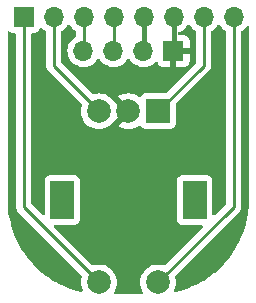
<source format=gtl>
G04 #@! TF.GenerationSoftware,KiCad,Pcbnew,(6.0.1-0)*
G04 #@! TF.CreationDate,2022-03-18T18:39:42-07:00*
G04 #@! TF.ProjectId,daughterboard,64617567-6874-4657-9262-6f6172642e6b,rev?*
G04 #@! TF.SameCoordinates,Original*
G04 #@! TF.FileFunction,Copper,L1,Top*
G04 #@! TF.FilePolarity,Positive*
%FSLAX46Y46*%
G04 Gerber Fmt 4.6, Leading zero omitted, Abs format (unit mm)*
G04 Created by KiCad (PCBNEW (6.0.1-0)) date 2022-03-18 18:39:42*
%MOMM*%
%LPD*%
G01*
G04 APERTURE LIST*
G04 #@! TA.AperFunction,ComponentPad*
%ADD10R,1.700000X1.700000*%
G04 #@! TD*
G04 #@! TA.AperFunction,ComponentPad*
%ADD11O,1.700000X1.700000*%
G04 #@! TD*
G04 #@! TA.AperFunction,ComponentPad*
%ADD12R,2.000000X2.000000*%
G04 #@! TD*
G04 #@! TA.AperFunction,ComponentPad*
%ADD13C,2.000000*%
G04 #@! TD*
G04 #@! TA.AperFunction,ComponentPad*
%ADD14R,2.000000X3.200000*%
G04 #@! TD*
G04 #@! TA.AperFunction,ViaPad*
%ADD15C,0.800000*%
G04 #@! TD*
G04 #@! TA.AperFunction,Conductor*
%ADD16C,0.250000*%
G04 #@! TD*
G04 #@! TA.AperFunction,Conductor*
%ADD17C,0.381000*%
G04 #@! TD*
G04 APERTURE END LIST*
D10*
X46810000Y-81754500D03*
D11*
X44270000Y-81754500D03*
X41730000Y-81754500D03*
X39190000Y-81754500D03*
D12*
X45500000Y-86857000D03*
D13*
X40500000Y-86857000D03*
X43000000Y-86857000D03*
D14*
X37400000Y-94357000D03*
X48600000Y-94357000D03*
D13*
X40500000Y-101357000D03*
X45500000Y-101357000D03*
D10*
X34125000Y-78867000D03*
D11*
X36665000Y-78867000D03*
X39205000Y-78867000D03*
X41745000Y-78867000D03*
X44285000Y-78867000D03*
X46825000Y-78867000D03*
X49365000Y-78867000D03*
X51905000Y-78867000D03*
D15*
X48768000Y-100330000D03*
X37211000Y-100330000D03*
D16*
X36665000Y-83022000D02*
X40500000Y-86857000D01*
X36665000Y-78867000D02*
X36665000Y-83022000D01*
X49365000Y-78867000D02*
X49365000Y-82992000D01*
X49365000Y-82992000D02*
X45500000Y-86857000D01*
D17*
X46825000Y-78867000D02*
X46825000Y-81739500D01*
X46825000Y-81739500D02*
X46810000Y-81754500D01*
D16*
X34125000Y-94982000D02*
X40500000Y-101357000D01*
X34125000Y-78867000D02*
X34125000Y-94982000D01*
X51905000Y-78867000D02*
X51905000Y-94952000D01*
X51905000Y-94952000D02*
X45500000Y-101357000D01*
D17*
X44285000Y-78867000D02*
X44285000Y-81739500D01*
X44285000Y-81739500D02*
X44270000Y-81754500D01*
D16*
X41745000Y-78867000D02*
X41745000Y-81739500D01*
X41745000Y-81739500D02*
X41730000Y-81754500D01*
X39205000Y-81739500D02*
X39190000Y-81754500D01*
X39205000Y-78867000D02*
X39205000Y-81739500D01*
G04 #@! TA.AperFunction,Conductor*
G36*
X48176751Y-79541678D02*
G01*
X48204579Y-79573511D01*
X48264987Y-79672088D01*
X48411250Y-79840938D01*
X48583126Y-79983632D01*
X48603568Y-79995577D01*
X48669070Y-80033853D01*
X48717794Y-80085491D01*
X48731500Y-80142641D01*
X48731500Y-82677405D01*
X48711498Y-82745526D01*
X48694595Y-82766500D01*
X46149500Y-85311595D01*
X46087188Y-85345621D01*
X46060405Y-85348500D01*
X44451866Y-85348500D01*
X44389684Y-85355255D01*
X44253295Y-85406385D01*
X44136739Y-85493739D01*
X44131358Y-85500919D01*
X44131357Y-85500920D01*
X44055974Y-85601503D01*
X43999115Y-85644018D01*
X43928296Y-85649044D01*
X43889983Y-85631824D01*
X43889121Y-85633230D01*
X43690958Y-85511795D01*
X43682163Y-85507313D01*
X43472012Y-85420266D01*
X43462627Y-85417217D01*
X43241446Y-85364115D01*
X43231699Y-85362572D01*
X43004930Y-85344725D01*
X42995070Y-85344725D01*
X42768301Y-85362572D01*
X42758554Y-85364115D01*
X42537373Y-85417217D01*
X42527988Y-85420266D01*
X42317837Y-85507313D01*
X42309042Y-85511795D01*
X42141555Y-85614432D01*
X42132093Y-85624890D01*
X42135876Y-85633666D01*
X43270115Y-86767905D01*
X43304141Y-86830217D01*
X43299076Y-86901032D01*
X43270115Y-86946095D01*
X42138920Y-88077290D01*
X42132160Y-88089670D01*
X42137887Y-88097320D01*
X42309042Y-88202205D01*
X42317837Y-88206687D01*
X42527988Y-88293734D01*
X42537373Y-88296783D01*
X42758554Y-88349885D01*
X42768301Y-88351428D01*
X42995070Y-88369275D01*
X43004930Y-88369275D01*
X43231699Y-88351428D01*
X43241446Y-88349885D01*
X43462627Y-88296783D01*
X43472012Y-88293734D01*
X43682163Y-88206687D01*
X43690958Y-88202205D01*
X43889121Y-88080770D01*
X43890396Y-88082851D01*
X43947739Y-88062280D01*
X44016918Y-88078242D01*
X44055974Y-88112497D01*
X44131357Y-88213080D01*
X44136739Y-88220261D01*
X44253295Y-88307615D01*
X44389684Y-88358745D01*
X44451866Y-88365500D01*
X46548134Y-88365500D01*
X46610316Y-88358745D01*
X46746705Y-88307615D01*
X46863261Y-88220261D01*
X46950615Y-88103705D01*
X47001745Y-87967316D01*
X47008500Y-87905134D01*
X47008500Y-86296594D01*
X47028502Y-86228473D01*
X47045405Y-86207499D01*
X49757247Y-83495657D01*
X49765537Y-83488113D01*
X49772018Y-83484000D01*
X49818659Y-83434332D01*
X49821413Y-83431491D01*
X49841134Y-83411770D01*
X49843612Y-83408575D01*
X49851318Y-83399553D01*
X49853775Y-83396937D01*
X49881586Y-83367321D01*
X49891346Y-83349568D01*
X49902199Y-83333045D01*
X49909753Y-83323306D01*
X49914613Y-83317041D01*
X49932176Y-83276457D01*
X49937383Y-83265827D01*
X49958695Y-83227060D01*
X49960666Y-83219383D01*
X49960668Y-83219378D01*
X49963732Y-83207442D01*
X49970138Y-83188730D01*
X49970381Y-83188170D01*
X49978181Y-83170145D01*
X49981236Y-83150861D01*
X49985097Y-83126481D01*
X49987504Y-83114860D01*
X49996528Y-83079711D01*
X49996528Y-83079710D01*
X49998500Y-83072030D01*
X49998500Y-83051769D01*
X50000051Y-83032058D01*
X50001144Y-83025161D01*
X50003219Y-83012057D01*
X49999059Y-82968046D01*
X49998500Y-82956189D01*
X49998500Y-80147427D01*
X50018502Y-80079306D01*
X50059618Y-80039550D01*
X50062994Y-80037896D01*
X50244860Y-79908173D01*
X50403096Y-79750489D01*
X50457102Y-79675332D01*
X50533453Y-79569077D01*
X50534776Y-79570028D01*
X50581645Y-79526857D01*
X50651580Y-79514625D01*
X50717026Y-79542144D01*
X50744875Y-79573994D01*
X50804987Y-79672088D01*
X50951250Y-79840938D01*
X51123126Y-79983632D01*
X51143568Y-79995577D01*
X51209070Y-80033853D01*
X51257794Y-80085491D01*
X51271500Y-80142641D01*
X51271500Y-94637406D01*
X51251498Y-94705527D01*
X51234595Y-94726501D01*
X50323595Y-95637501D01*
X50261283Y-95671527D01*
X50190468Y-95666462D01*
X50133632Y-95623915D01*
X50108821Y-95557395D01*
X50108500Y-95548406D01*
X50108500Y-92708866D01*
X50101745Y-92646684D01*
X50050615Y-92510295D01*
X49963261Y-92393739D01*
X49846705Y-92306385D01*
X49710316Y-92255255D01*
X49648134Y-92248500D01*
X47551866Y-92248500D01*
X47489684Y-92255255D01*
X47353295Y-92306385D01*
X47236739Y-92393739D01*
X47149385Y-92510295D01*
X47098255Y-92646684D01*
X47091500Y-92708866D01*
X47091500Y-96005134D01*
X47098255Y-96067316D01*
X47149385Y-96203705D01*
X47236739Y-96320261D01*
X47353295Y-96407615D01*
X47489684Y-96458745D01*
X47551866Y-96465500D01*
X49191406Y-96465500D01*
X49259527Y-96485502D01*
X49306020Y-96539158D01*
X49316124Y-96609432D01*
X49286630Y-96674012D01*
X49280501Y-96680595D01*
X46078459Y-99882636D01*
X46016147Y-99916662D01*
X45959951Y-99916060D01*
X45907104Y-99903373D01*
X45741524Y-99863620D01*
X45741518Y-99863619D01*
X45736711Y-99862465D01*
X45500000Y-99843835D01*
X45263289Y-99862465D01*
X45258482Y-99863619D01*
X45258476Y-99863620D01*
X45112609Y-99898640D01*
X45032406Y-99917895D01*
X45027835Y-99919788D01*
X45027833Y-99919789D01*
X44817611Y-100006865D01*
X44817607Y-100006867D01*
X44813037Y-100008760D01*
X44808817Y-100011346D01*
X44614798Y-100130241D01*
X44614792Y-100130245D01*
X44610584Y-100132824D01*
X44430031Y-100287031D01*
X44275824Y-100467584D01*
X44273245Y-100471792D01*
X44273241Y-100471798D01*
X44233525Y-100536609D01*
X44151760Y-100670037D01*
X44149867Y-100674607D01*
X44149865Y-100674611D01*
X44062789Y-100884833D01*
X44060895Y-100889406D01*
X44005465Y-101120289D01*
X43986835Y-101357000D01*
X44005465Y-101593711D01*
X44006619Y-101598518D01*
X44006620Y-101598524D01*
X44031267Y-101701185D01*
X44060895Y-101824594D01*
X44062788Y-101829165D01*
X44062789Y-101829167D01*
X44127568Y-101985557D01*
X44151760Y-102043963D01*
X44154346Y-102048183D01*
X44229097Y-102170165D01*
X44247635Y-102238698D01*
X44226179Y-102306375D01*
X44171540Y-102351708D01*
X44121664Y-102362000D01*
X41878336Y-102362000D01*
X41810215Y-102341998D01*
X41763722Y-102288342D01*
X41753618Y-102218068D01*
X41770903Y-102170165D01*
X41845654Y-102048183D01*
X41848240Y-102043963D01*
X41872433Y-101985557D01*
X41937211Y-101829167D01*
X41937212Y-101829165D01*
X41939105Y-101824594D01*
X41968733Y-101701185D01*
X41993380Y-101598524D01*
X41993381Y-101598518D01*
X41994535Y-101593711D01*
X42013165Y-101357000D01*
X41994535Y-101120289D01*
X41939105Y-100889406D01*
X41937211Y-100884833D01*
X41850135Y-100674611D01*
X41850133Y-100674607D01*
X41848240Y-100670037D01*
X41766475Y-100536609D01*
X41726759Y-100471798D01*
X41726755Y-100471792D01*
X41724176Y-100467584D01*
X41569969Y-100287031D01*
X41389416Y-100132824D01*
X41385208Y-100130245D01*
X41385202Y-100130241D01*
X41191183Y-100011346D01*
X41186963Y-100008760D01*
X41182393Y-100006867D01*
X41182389Y-100006865D01*
X40972167Y-99919789D01*
X40972165Y-99919788D01*
X40967594Y-99917895D01*
X40887391Y-99898640D01*
X40741524Y-99863620D01*
X40741518Y-99863619D01*
X40736711Y-99862465D01*
X40500000Y-99843835D01*
X40263289Y-99862465D01*
X40258482Y-99863619D01*
X40258476Y-99863620D01*
X40092896Y-99903373D01*
X40040049Y-99916060D01*
X39969142Y-99912513D01*
X39921541Y-99882636D01*
X36719500Y-96680595D01*
X36685474Y-96618283D01*
X36690539Y-96547468D01*
X36733086Y-96490632D01*
X36799606Y-96465821D01*
X36808595Y-96465500D01*
X38448134Y-96465500D01*
X38510316Y-96458745D01*
X38646705Y-96407615D01*
X38763261Y-96320261D01*
X38850615Y-96203705D01*
X38901745Y-96067316D01*
X38908500Y-96005134D01*
X38908500Y-92708866D01*
X38901745Y-92646684D01*
X38850615Y-92510295D01*
X38763261Y-92393739D01*
X38646705Y-92306385D01*
X38510316Y-92255255D01*
X38448134Y-92248500D01*
X36351866Y-92248500D01*
X36289684Y-92255255D01*
X36153295Y-92306385D01*
X36036739Y-92393739D01*
X35949385Y-92510295D01*
X35898255Y-92646684D01*
X35891500Y-92708866D01*
X35891500Y-95548405D01*
X35871498Y-95616526D01*
X35817842Y-95663019D01*
X35747568Y-95673123D01*
X35682988Y-95643629D01*
X35676405Y-95637500D01*
X34795405Y-94756500D01*
X34761379Y-94694188D01*
X34758500Y-94667405D01*
X34758500Y-80351500D01*
X34778502Y-80283379D01*
X34832158Y-80236886D01*
X34884500Y-80225500D01*
X35023134Y-80225500D01*
X35085316Y-80218745D01*
X35221705Y-80167615D01*
X35338261Y-80080261D01*
X35425615Y-79963705D01*
X35447799Y-79904529D01*
X35469598Y-79846382D01*
X35512240Y-79789618D01*
X35578802Y-79764918D01*
X35648150Y-79780126D01*
X35682817Y-79808114D01*
X35711250Y-79840938D01*
X35883126Y-79983632D01*
X35903568Y-79995577D01*
X35969070Y-80033853D01*
X36017794Y-80085491D01*
X36031500Y-80142641D01*
X36031500Y-82943233D01*
X36030973Y-82954416D01*
X36029298Y-82961909D01*
X36029547Y-82969835D01*
X36029547Y-82969836D01*
X36031438Y-83029986D01*
X36031500Y-83033945D01*
X36031500Y-83061856D01*
X36031997Y-83065790D01*
X36031997Y-83065791D01*
X36032005Y-83065856D01*
X36032938Y-83077693D01*
X36034327Y-83121889D01*
X36039978Y-83141339D01*
X36043987Y-83160700D01*
X36046526Y-83180797D01*
X36049445Y-83188168D01*
X36049445Y-83188170D01*
X36062804Y-83221912D01*
X36066649Y-83233142D01*
X36078982Y-83275593D01*
X36083015Y-83282412D01*
X36083017Y-83282417D01*
X36089293Y-83293028D01*
X36097988Y-83310776D01*
X36105448Y-83329617D01*
X36110110Y-83336033D01*
X36110110Y-83336034D01*
X36131436Y-83365387D01*
X36137952Y-83375307D01*
X36154854Y-83403886D01*
X36160458Y-83413362D01*
X36174779Y-83427683D01*
X36187619Y-83442716D01*
X36199528Y-83459107D01*
X36205634Y-83464158D01*
X36233605Y-83487298D01*
X36242384Y-83495288D01*
X39025636Y-86278541D01*
X39059662Y-86340853D01*
X39059060Y-86397049D01*
X39005465Y-86620289D01*
X38986835Y-86857000D01*
X39005465Y-87093711D01*
X39060895Y-87324594D01*
X39151760Y-87543963D01*
X39154346Y-87548183D01*
X39273241Y-87742202D01*
X39273245Y-87742208D01*
X39275824Y-87746416D01*
X39430031Y-87926969D01*
X39610584Y-88081176D01*
X39614792Y-88083755D01*
X39614798Y-88083759D01*
X39808084Y-88202205D01*
X39813037Y-88205240D01*
X39817607Y-88207133D01*
X39817611Y-88207135D01*
X40027833Y-88294211D01*
X40032406Y-88296105D01*
X40080349Y-88307615D01*
X40258476Y-88350380D01*
X40258482Y-88350381D01*
X40263289Y-88351535D01*
X40500000Y-88370165D01*
X40736711Y-88351535D01*
X40741518Y-88350381D01*
X40741524Y-88350380D01*
X40919651Y-88307615D01*
X40967594Y-88296105D01*
X40972167Y-88294211D01*
X41182389Y-88207135D01*
X41182393Y-88207133D01*
X41186963Y-88205240D01*
X41191916Y-88202205D01*
X41385202Y-88083759D01*
X41385208Y-88083755D01*
X41389416Y-88081176D01*
X41569969Y-87926969D01*
X41708753Y-87764474D01*
X41754686Y-87730598D01*
X41776668Y-87721122D01*
X42627978Y-86869812D01*
X42635592Y-86855868D01*
X42635461Y-86854035D01*
X42631210Y-86847420D01*
X41779710Y-85995920D01*
X41741352Y-85974974D01*
X41705928Y-85946218D01*
X41573177Y-85790787D01*
X41569969Y-85787031D01*
X41389416Y-85632824D01*
X41385208Y-85630245D01*
X41385202Y-85630241D01*
X41191183Y-85511346D01*
X41186963Y-85508760D01*
X41182393Y-85506867D01*
X41182389Y-85506865D01*
X40972167Y-85419789D01*
X40972165Y-85419788D01*
X40967594Y-85417895D01*
X40887391Y-85398640D01*
X40741524Y-85363620D01*
X40741518Y-85363619D01*
X40736711Y-85362465D01*
X40500000Y-85343835D01*
X40263289Y-85362465D01*
X40258482Y-85363619D01*
X40258476Y-85363620D01*
X40040049Y-85416060D01*
X39969141Y-85412513D01*
X39921540Y-85382636D01*
X37335405Y-82796500D01*
X37301379Y-82734188D01*
X37298500Y-82707405D01*
X37298500Y-80147427D01*
X37318502Y-80079306D01*
X37359618Y-80039550D01*
X37362994Y-80037896D01*
X37544860Y-79908173D01*
X37703096Y-79750489D01*
X37757102Y-79675332D01*
X37833453Y-79569077D01*
X37834776Y-79570028D01*
X37881645Y-79526857D01*
X37951580Y-79514625D01*
X38017026Y-79542144D01*
X38044875Y-79573994D01*
X38104987Y-79672088D01*
X38251250Y-79840938D01*
X38423126Y-79983632D01*
X38443568Y-79995577D01*
X38509070Y-80033853D01*
X38557794Y-80085491D01*
X38571500Y-80142641D01*
X38571500Y-80468383D01*
X38551498Y-80536504D01*
X38503682Y-80580145D01*
X38463607Y-80601007D01*
X38284965Y-80735135D01*
X38130629Y-80896638D01*
X38004743Y-81081180D01*
X37910688Y-81283805D01*
X37850989Y-81499070D01*
X37827251Y-81721195D01*
X37840110Y-81944215D01*
X37841247Y-81949261D01*
X37841248Y-81949267D01*
X37855606Y-82012975D01*
X37889222Y-82162139D01*
X37973266Y-82369116D01*
X38024942Y-82453444D01*
X38087291Y-82555188D01*
X38089987Y-82559588D01*
X38236250Y-82728438D01*
X38408126Y-82871132D01*
X38601000Y-82983838D01*
X38809692Y-83063530D01*
X38814760Y-83064561D01*
X38814763Y-83064562D01*
X38922017Y-83086383D01*
X39028597Y-83108067D01*
X39033772Y-83108257D01*
X39033774Y-83108257D01*
X39246673Y-83116064D01*
X39246677Y-83116064D01*
X39251837Y-83116253D01*
X39256957Y-83115597D01*
X39256959Y-83115597D01*
X39468288Y-83088525D01*
X39468289Y-83088525D01*
X39473416Y-83087868D01*
X39478366Y-83086383D01*
X39682429Y-83025161D01*
X39682434Y-83025159D01*
X39687384Y-83023674D01*
X39887994Y-82925396D01*
X40069860Y-82795673D01*
X40228096Y-82637989D01*
X40287594Y-82555189D01*
X40358453Y-82456577D01*
X40359776Y-82457528D01*
X40406645Y-82414357D01*
X40476580Y-82402125D01*
X40542026Y-82429644D01*
X40569875Y-82461494D01*
X40629987Y-82559588D01*
X40776250Y-82728438D01*
X40948126Y-82871132D01*
X41141000Y-82983838D01*
X41349692Y-83063530D01*
X41354760Y-83064561D01*
X41354763Y-83064562D01*
X41462017Y-83086383D01*
X41568597Y-83108067D01*
X41573772Y-83108257D01*
X41573774Y-83108257D01*
X41786673Y-83116064D01*
X41786677Y-83116064D01*
X41791837Y-83116253D01*
X41796957Y-83115597D01*
X41796959Y-83115597D01*
X42008288Y-83088525D01*
X42008289Y-83088525D01*
X42013416Y-83087868D01*
X42018366Y-83086383D01*
X42222429Y-83025161D01*
X42222434Y-83025159D01*
X42227384Y-83023674D01*
X42427994Y-82925396D01*
X42609860Y-82795673D01*
X42768096Y-82637989D01*
X42827594Y-82555189D01*
X42898453Y-82456577D01*
X42899776Y-82457528D01*
X42946645Y-82414357D01*
X43016580Y-82402125D01*
X43082026Y-82429644D01*
X43109875Y-82461494D01*
X43169987Y-82559588D01*
X43316250Y-82728438D01*
X43488126Y-82871132D01*
X43681000Y-82983838D01*
X43889692Y-83063530D01*
X43894760Y-83064561D01*
X43894763Y-83064562D01*
X44002017Y-83086383D01*
X44108597Y-83108067D01*
X44113772Y-83108257D01*
X44113774Y-83108257D01*
X44326673Y-83116064D01*
X44326677Y-83116064D01*
X44331837Y-83116253D01*
X44336957Y-83115597D01*
X44336959Y-83115597D01*
X44548288Y-83088525D01*
X44548289Y-83088525D01*
X44553416Y-83087868D01*
X44558366Y-83086383D01*
X44762429Y-83025161D01*
X44762434Y-83025159D01*
X44767384Y-83023674D01*
X44967994Y-82925396D01*
X45149860Y-82795673D01*
X45217331Y-82728438D01*
X45258479Y-82687433D01*
X45320851Y-82653517D01*
X45391658Y-82658705D01*
X45448419Y-82701351D01*
X45465401Y-82732454D01*
X45506676Y-82842554D01*
X45515214Y-82858149D01*
X45591715Y-82960224D01*
X45604276Y-82972785D01*
X45706351Y-83049286D01*
X45721946Y-83057824D01*
X45842394Y-83102978D01*
X45857649Y-83106605D01*
X45908514Y-83112131D01*
X45915328Y-83112500D01*
X46537885Y-83112500D01*
X46553124Y-83108025D01*
X46554329Y-83106635D01*
X46556000Y-83098952D01*
X46556000Y-83094384D01*
X47064000Y-83094384D01*
X47068475Y-83109623D01*
X47069865Y-83110828D01*
X47077548Y-83112499D01*
X47704669Y-83112499D01*
X47711490Y-83112129D01*
X47762352Y-83106605D01*
X47777604Y-83102979D01*
X47898054Y-83057824D01*
X47913649Y-83049286D01*
X48015724Y-82972785D01*
X48028285Y-82960224D01*
X48104786Y-82858149D01*
X48113324Y-82842554D01*
X48158478Y-82722106D01*
X48162105Y-82706851D01*
X48167631Y-82655986D01*
X48168000Y-82649172D01*
X48168000Y-82026615D01*
X48163525Y-82011376D01*
X48162135Y-82010171D01*
X48154452Y-82008500D01*
X47082115Y-82008500D01*
X47066876Y-82012975D01*
X47065671Y-82014365D01*
X47064000Y-82022048D01*
X47064000Y-83094384D01*
X46556000Y-83094384D01*
X46556000Y-81626500D01*
X46576002Y-81558379D01*
X46629658Y-81511886D01*
X46682000Y-81500500D01*
X48149884Y-81500500D01*
X48165123Y-81496025D01*
X48166328Y-81494635D01*
X48167999Y-81486952D01*
X48167999Y-80859831D01*
X48167629Y-80853010D01*
X48162105Y-80802148D01*
X48158479Y-80786896D01*
X48113324Y-80666446D01*
X48104786Y-80650851D01*
X48028285Y-80548776D01*
X48015724Y-80536215D01*
X47913649Y-80459714D01*
X47898054Y-80451176D01*
X47777606Y-80406022D01*
X47762351Y-80402395D01*
X47711486Y-80396869D01*
X47704672Y-80396500D01*
X47311387Y-80396500D01*
X47243266Y-80376498D01*
X47196773Y-80322842D01*
X47186669Y-80252568D01*
X47216163Y-80187988D01*
X47275180Y-80149814D01*
X47317252Y-80137192D01*
X47326842Y-80133433D01*
X47518095Y-80039739D01*
X47526945Y-80034464D01*
X47700328Y-79910792D01*
X47708200Y-79904139D01*
X47859052Y-79753812D01*
X47865730Y-79745965D01*
X47993022Y-79568819D01*
X47994279Y-79569722D01*
X48041373Y-79526362D01*
X48111311Y-79514145D01*
X48176751Y-79541678D01*
G37*
G04 #@! TD.AperFunction*
G04 #@! TA.AperFunction,Conductor*
G36*
X32967564Y-80122100D02*
G01*
X33028295Y-80167615D01*
X33164684Y-80218745D01*
X33226866Y-80225500D01*
X33365500Y-80225500D01*
X33433621Y-80245502D01*
X33480114Y-80299158D01*
X33491500Y-80351500D01*
X33491500Y-94903233D01*
X33490973Y-94914416D01*
X33489298Y-94921909D01*
X33489547Y-94929835D01*
X33489547Y-94929836D01*
X33491438Y-94989986D01*
X33491500Y-94993945D01*
X33491500Y-95021856D01*
X33491997Y-95025790D01*
X33491997Y-95025791D01*
X33492005Y-95025856D01*
X33492938Y-95037693D01*
X33494327Y-95081889D01*
X33499978Y-95101339D01*
X33503987Y-95120700D01*
X33506526Y-95140797D01*
X33509445Y-95148168D01*
X33509445Y-95148170D01*
X33522804Y-95181912D01*
X33526649Y-95193142D01*
X33536771Y-95227983D01*
X33538982Y-95235593D01*
X33543015Y-95242412D01*
X33543017Y-95242417D01*
X33549293Y-95253028D01*
X33557988Y-95270776D01*
X33565448Y-95289617D01*
X33570110Y-95296033D01*
X33570110Y-95296034D01*
X33591436Y-95325387D01*
X33597952Y-95335307D01*
X33620458Y-95373362D01*
X33634779Y-95387683D01*
X33647619Y-95402716D01*
X33659528Y-95419107D01*
X33665634Y-95424158D01*
X33693605Y-95447298D01*
X33702384Y-95455288D01*
X39025636Y-100778540D01*
X39059662Y-100840852D01*
X39059060Y-100897049D01*
X39058934Y-100897576D01*
X39005465Y-101120289D01*
X38986835Y-101357000D01*
X39005465Y-101593711D01*
X39006619Y-101598518D01*
X39006620Y-101598524D01*
X39031267Y-101701185D01*
X39060895Y-101824594D01*
X39062788Y-101829165D01*
X39062789Y-101829167D01*
X39127568Y-101985557D01*
X39135157Y-102056147D01*
X39103378Y-102119634D01*
X39042320Y-102155861D01*
X38981327Y-102156192D01*
X38612542Y-102066321D01*
X38604258Y-102064000D01*
X38091734Y-101901333D01*
X38083627Y-101898452D01*
X37884133Y-101819782D01*
X37583381Y-101701181D01*
X37575510Y-101697762D01*
X37089909Y-101466820D01*
X37082270Y-101462862D01*
X36885227Y-101352070D01*
X36613558Y-101199318D01*
X36606212Y-101194851D01*
X36213630Y-100937356D01*
X36156574Y-100899933D01*
X36149546Y-100894972D01*
X36058779Y-100826141D01*
X35721094Y-100570066D01*
X35714427Y-100564643D01*
X35682277Y-100536609D01*
X35309125Y-100211238D01*
X35302838Y-100205365D01*
X34922635Y-99825162D01*
X34916762Y-99818875D01*
X34563357Y-99413573D01*
X34557928Y-99406899D01*
X34397192Y-99194936D01*
X34233027Y-98978452D01*
X34228066Y-98971425D01*
X33933149Y-98521788D01*
X33928679Y-98514437D01*
X33665138Y-98045730D01*
X33661180Y-98038091D01*
X33430243Y-97552500D01*
X33426815Y-97544609D01*
X33229548Y-97044373D01*
X33226667Y-97036266D01*
X33064000Y-96523742D01*
X33061679Y-96515458D01*
X33012361Y-96313081D01*
X32934366Y-95993028D01*
X32932618Y-95984619D01*
X32841252Y-95454701D01*
X32840081Y-95446178D01*
X32785094Y-94911303D01*
X32784506Y-94902720D01*
X32767516Y-94405364D01*
X32768942Y-94381681D01*
X32769805Y-94376140D01*
X32771186Y-94367270D01*
X32769547Y-94354730D01*
X32767064Y-94335749D01*
X32766000Y-94319411D01*
X32766000Y-80222926D01*
X32786002Y-80154805D01*
X32839658Y-80108312D01*
X32909932Y-80098208D01*
X32967564Y-80122100D01*
G37*
G04 #@! TD.AperFunction*
G04 #@! TA.AperFunction,Conductor*
G36*
X53174340Y-79675332D02*
G01*
X53209574Y-79736968D01*
X53213000Y-79766149D01*
X53213000Y-94311672D01*
X53211500Y-94331056D01*
X53207814Y-94354730D01*
X53208978Y-94363631D01*
X53208978Y-94363637D01*
X53210751Y-94377192D01*
X53211742Y-94397831D01*
X53194494Y-94902720D01*
X53193906Y-94911303D01*
X53138919Y-95446178D01*
X53137748Y-95454701D01*
X53046382Y-95984619D01*
X53044634Y-95993028D01*
X52966639Y-96313081D01*
X52917321Y-96515458D01*
X52915000Y-96523742D01*
X52752333Y-97036266D01*
X52749452Y-97044373D01*
X52552185Y-97544609D01*
X52548757Y-97552500D01*
X52317820Y-98038091D01*
X52313862Y-98045730D01*
X52050321Y-98514437D01*
X52045851Y-98521788D01*
X51750934Y-98971425D01*
X51745973Y-98978452D01*
X51581809Y-99194936D01*
X51421072Y-99406899D01*
X51415643Y-99413573D01*
X51062238Y-99818875D01*
X51056365Y-99825162D01*
X50676162Y-100205365D01*
X50669875Y-100211238D01*
X50296724Y-100536609D01*
X50264573Y-100564643D01*
X50257906Y-100570066D01*
X49920221Y-100826141D01*
X49829454Y-100894972D01*
X49822426Y-100899933D01*
X49765371Y-100937356D01*
X49372788Y-101194851D01*
X49365442Y-101199318D01*
X49093773Y-101352070D01*
X48896730Y-101462862D01*
X48889091Y-101466820D01*
X48403490Y-101697762D01*
X48395619Y-101701181D01*
X48094867Y-101819782D01*
X47895373Y-101898452D01*
X47887266Y-101901333D01*
X47374742Y-102064000D01*
X47366458Y-102066321D01*
X47021030Y-102150500D01*
X46950112Y-102147196D01*
X46892237Y-102106074D01*
X46865782Y-102040190D01*
X46874790Y-101979865D01*
X46937211Y-101829167D01*
X46937212Y-101829165D01*
X46939105Y-101824594D01*
X46968733Y-101701185D01*
X46993380Y-101598524D01*
X46993381Y-101598518D01*
X46994535Y-101593711D01*
X47013165Y-101357000D01*
X46994535Y-101120289D01*
X46941067Y-100897576D01*
X46940940Y-100897049D01*
X46944487Y-100826141D01*
X46974364Y-100778540D01*
X52297253Y-95455652D01*
X52305539Y-95448112D01*
X52312018Y-95444000D01*
X52358644Y-95394348D01*
X52361398Y-95391507D01*
X52381135Y-95371770D01*
X52383615Y-95368573D01*
X52391320Y-95359551D01*
X52416159Y-95333100D01*
X52421586Y-95327321D01*
X52425405Y-95320375D01*
X52425407Y-95320372D01*
X52431348Y-95309566D01*
X52442199Y-95293047D01*
X52449758Y-95283301D01*
X52454614Y-95277041D01*
X52457759Y-95269772D01*
X52457762Y-95269768D01*
X52472174Y-95236463D01*
X52477391Y-95225813D01*
X52498695Y-95187060D01*
X52503733Y-95167437D01*
X52510137Y-95148734D01*
X52515033Y-95137420D01*
X52515033Y-95137419D01*
X52518181Y-95130145D01*
X52519420Y-95122322D01*
X52519423Y-95122312D01*
X52525099Y-95086476D01*
X52527505Y-95074856D01*
X52536528Y-95039711D01*
X52536528Y-95039710D01*
X52538500Y-95032030D01*
X52538500Y-95011776D01*
X52540051Y-94992065D01*
X52541980Y-94979886D01*
X52543220Y-94972057D01*
X52539059Y-94928038D01*
X52538500Y-94916181D01*
X52538500Y-80147427D01*
X52558502Y-80079306D01*
X52599618Y-80039550D01*
X52602994Y-80037896D01*
X52784860Y-79908173D01*
X52943096Y-79750489D01*
X52946112Y-79746292D01*
X52946119Y-79746284D01*
X52984678Y-79692623D01*
X53040672Y-79648975D01*
X53111376Y-79642529D01*
X53174340Y-79675332D01*
G37*
G04 #@! TD.AperFunction*
M02*

</source>
